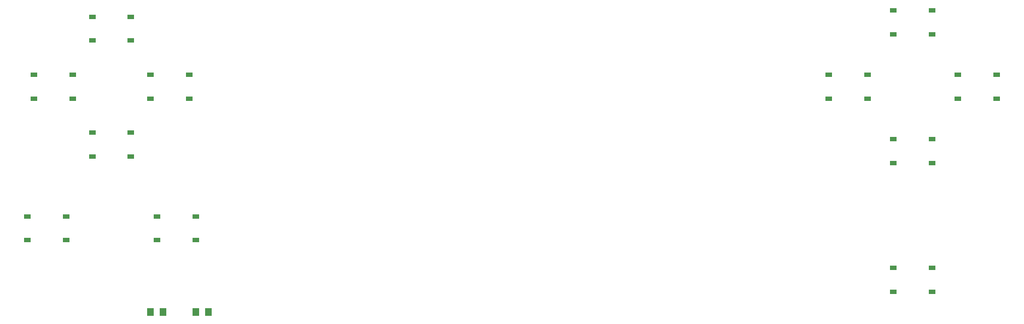
<source format=gtp>
%TF.GenerationSoftware,KiCad,Pcbnew,9.99.0-5542-g9c1654c496*%
%TF.CreationDate,2026-02-21T09:19:05+00:00*%
%TF.ProjectId,esp32-emu-turbo,65737033-322d-4656-9d75-2d747572626f,rev?*%
%TF.SameCoordinates,Original*%
%TF.FileFunction,Paste,Top*%
%TF.FilePolarity,Positive*%
%FSLAX46Y46*%
G04 Gerber Fmt 4.6, Leading zero omitted, Abs format (unit mm)*
G04 Created by KiCad (PCBNEW 9.99.0-5542-g9c1654c496) date 2026-02-21 09:19:05*
%MOMM*%
%LPD*%
G01*
G04 APERTURE LIST*
%ADD10R,1.000000X0.750000*%
%ADD11R,1.000000X1.300000*%
G04 APERTURE END LIST*
D10*
%TO.C,SW1*%
X15000000Y-21650000D03*
X21000000Y-21650000D03*
X15000000Y-25350000D03*
X21000000Y-25350000D03*
%TD*%
%TO.C,SW2*%
X15000000Y-39650000D03*
X21000000Y-39650000D03*
X15000000Y-43350000D03*
X21000000Y-43350000D03*
%TD*%
%TO.C,SW3*%
X6000000Y-30650000D03*
X12000000Y-30650000D03*
X6000000Y-34350000D03*
X12000000Y-34350000D03*
%TD*%
%TO.C,SW4*%
X24000000Y-30650000D03*
X30000000Y-30650000D03*
X24000000Y-34350000D03*
X30000000Y-34350000D03*
%TD*%
%TO.C,SW5*%
X139000000Y-20650000D03*
X145000000Y-20650000D03*
X139000000Y-24350000D03*
X145000000Y-24350000D03*
%TD*%
%TO.C,SW6*%
X149000000Y-30650000D03*
X155000000Y-30650000D03*
X149000000Y-34350000D03*
X155000000Y-34350000D03*
%TD*%
%TO.C,SW7*%
X139000000Y-40650000D03*
X145000000Y-40650000D03*
X139000000Y-44350000D03*
X145000000Y-44350000D03*
%TD*%
%TO.C,SW8*%
X129000000Y-30650000D03*
X135000000Y-30650000D03*
X129000000Y-34350000D03*
X135000000Y-34350000D03*
%TD*%
%TO.C,SW9*%
X5000000Y-52650000D03*
X11000000Y-52650000D03*
X5000000Y-56350000D03*
X11000000Y-56350000D03*
%TD*%
%TO.C,SW10*%
X25000000Y-52650000D03*
X31000000Y-52650000D03*
X25000000Y-56350000D03*
X31000000Y-56350000D03*
%TD*%
%TO.C,SW13*%
X139000000Y-60650000D03*
X145000000Y-60650000D03*
X139000000Y-64350000D03*
X145000000Y-64350000D03*
%TD*%
D11*
%TO.C,LED1*%
X24050000Y-67500000D03*
X25950000Y-67500000D03*
%TD*%
%TO.C,LED2*%
X31050000Y-67500000D03*
X32950000Y-67500000D03*
%TD*%
M02*

</source>
